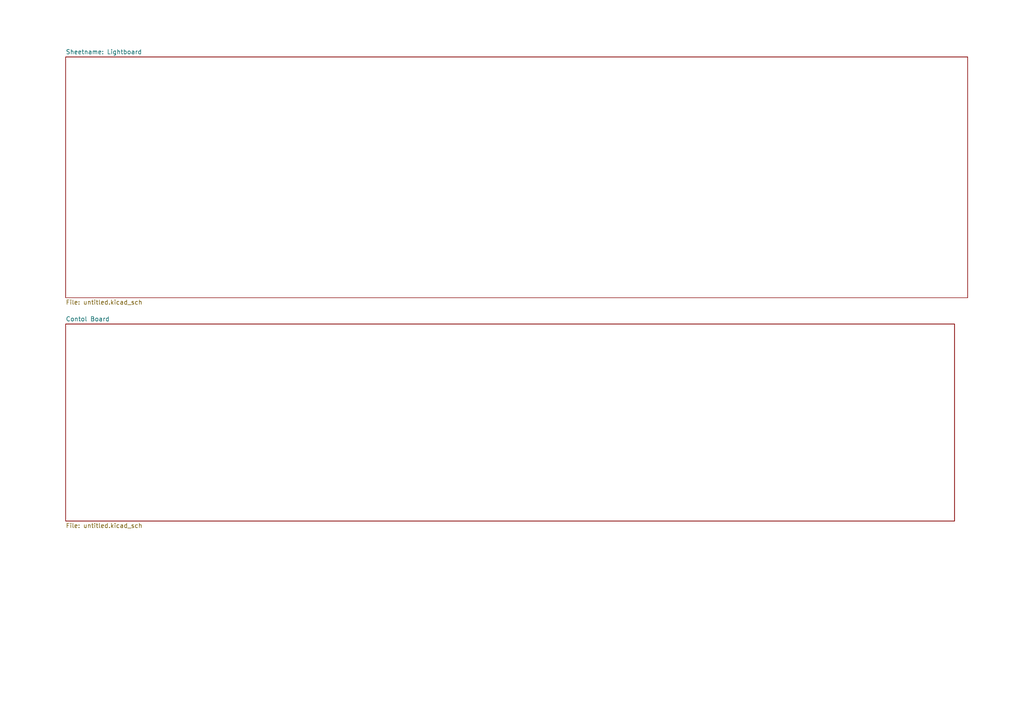
<source format=kicad_sch>
(kicad_sch
	(version 20231120)
	(generator "eeschema")
	(generator_version "8.0")
	(uuid "cead7f17-a2c8-45ff-a754-ee2f898ab218")
	(paper "A4")
	(lib_symbols)
	(sheet
		(at 19.05 93.98)
		(size 257.81 57.15)
		(fields_autoplaced yes)
		(stroke
			(width 0.1524)
			(type solid)
		)
		(fill
			(color 0 0 0 0.0000)
		)
		(uuid "86349690-045f-4b37-b4a3-39d46651d0ab")
		(property "Sheetname" "Contol Board"
			(at 19.05 93.2684 0)
			(effects
				(font
					(size 1.27 1.27)
				)
				(justify left bottom)
			)
		)
		(property "Sheetfile" "untitled.kicad_sch"
			(at 19.05 151.7146 0)
			(effects
				(font
					(size 1.27 1.27)
				)
				(justify left top)
			)
		)
		(instances
			(project "LightCycle"
				(path "/cead7f17-a2c8-45ff-a754-ee2f898ab218"
					(page "3")
				)
			)
		)
	)
	(sheet
		(at 19.05 16.51)
		(size 261.62 69.85)
		(fields_autoplaced yes)
		(stroke
			(width 0.1524)
			(type solid)
		)
		(fill
			(color 0 0 0 0.0000)
		)
		(uuid "df19a46b-e85c-40b6-b193-7e0797bcb8de")
		(property "Sheetname" "Lightboard"
			(at 19.05 15.7984 0)
			(show_name yes)
			(effects
				(font
					(size 1.27 1.27)
				)
				(justify left bottom)
			)
		)
		(property "Sheetfile" "untitled.kicad_sch"
			(at 19.05 86.9446 0)
			(effects
				(font
					(size 1.27 1.27)
				)
				(justify left top)
			)
		)
		(instances
			(project "LightCycle"
				(path "/cead7f17-a2c8-45ff-a754-ee2f898ab218"
					(page "2")
				)
			)
		)
	)
	(sheet_instances
		(path "/"
			(page "1")
		)
	)
)

</source>
